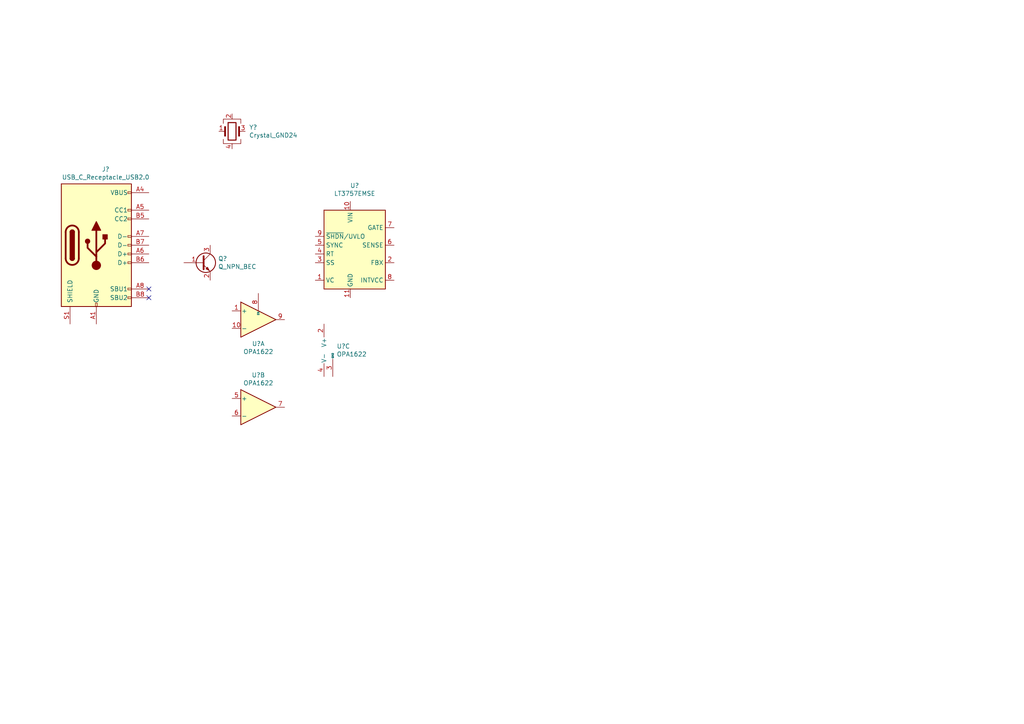
<source format=kicad_sch>
(kicad_sch (version 20211123) (generator eeschema)
  (paper "A4")
  (lib_symbols
    (symbol "Amplifier_Audio:OPA1622" (pin_names (offset 0.127))
      (property "Reference" "U" (at 3.81 6.35 0))
      (property "Value" "OPA1622" (at 3.81 3.81 0))
      (symbol "OPA1622_1_1"
        (polyline (pts (xy -5.08 5.08) (xy 5.08 0) (xy -5.08 -5.08) (xy -5.08 5.08) (xy -5.08 5.08)) (stroke (width 0.254)) (fill (type background)))
        (pin input line (at -7.62 2.54 0) (length 2.54) (name "+") (number "1"))
        (pin input line (at -7.62 -2.54 0) (length 2.54) (name "-") (number "10"))
        (pin input line (at 0 7.62 270) (length 5.08) (name "EN") (number "8"))
        (pin output line (at 7.62 0 180) (length 2.54) (name "~") (number "9"))
      )
      (symbol "OPA1622_2_1"
        (polyline (pts (xy -5.08 5.08) (xy 5.08 0) (xy -5.08 -5.08) (xy -5.08 5.08) (xy -5.08 5.08)) (stroke (width 0.254)) (fill (type background)))
        (pin input line (at -7.62 2.54 0) (length 2.54) (name "+") (number "5"))
        (pin input line (at -7.62 -2.54 0) (length 2.54) (name "-") (number "6"))
        (pin output line (at 7.62 0 180) (length 2.54) (name "~") (number "7"))
      )
      (symbol "OPA1622_3_1"
        (pin passive line (at -2.54 -7.62 90) (length 3.81) hide (name "V-") (number "11"))
        (pin power_in line (at -2.54 7.62 270) (length 3.81) (name "V+") (number "2"))
        (pin power_in line (at 0 -7.62 90) (length 5.08) (name "GND") (number "3"))
        (pin power_in line (at -2.54 -7.62 90) (length 3.81) (name "V-") (number "4"))
      )
    )
    (symbol "Connector:USB_C_Receptacle_USB2.0" (pin_names (offset 1.016))
      (property "Reference" "J" (at -10.16 19.05 0))
      (property "Value" "USB_C_Receptacle_USB2.0" (at 19.05 19.05 0))
      (symbol "USB_C_Receptacle_USB2.0_0_0"
        (rectangle (start -0.254 -17.78) (end 0.254 -16.764))
        (rectangle (start 10.16 -14.986) (end 9.144 -15.494))
        (rectangle (start 10.16 -12.446) (end 9.144 -12.954))
        (rectangle (start 10.16 -4.826) (end 9.144 -5.334))
        (rectangle (start 10.16 -2.286) (end 9.144 -2.794))
        (rectangle (start 10.16 0.254) (end 9.144 -0.254))
        (rectangle (start 10.16 2.794) (end 9.144 2.286))
        (rectangle (start 10.16 7.874) (end 9.144 7.366))
        (rectangle (start 10.16 10.414) (end 9.144 9.906))
        (rectangle (start 10.16 15.494) (end 9.144 14.986))
      )
      (symbol "USB_C_Receptacle_USB2.0_0_1"
        (rectangle (start -10.16 17.78) (end 10.16 -17.78) (stroke (width 0.254)) (fill (type background)))
        (arc (start -8.89 -3.81) (mid -6.985 -5.715) (end -5.08 -3.81) (stroke (width 0.508)))
        (arc (start -7.62 -3.81) (mid -6.985 -4.445) (end -6.35 -3.81) (stroke (width 0.254)))
        (arc (start -7.62 -3.81) (mid -6.985 -4.445) (end -6.35 -3.81) (stroke (width 0.254)) (fill (type outline)))
        (rectangle (start -7.62 -3.81) (end -6.35 3.81) (stroke (width 0.254)) (fill (type outline)))
        (arc (start -6.35 3.81) (mid -6.985 4.445) (end -7.62 3.81) (stroke (width 0.254)))
        (arc (start -6.35 3.81) (mid -6.985 4.445) (end -7.62 3.81) (stroke (width 0.254)) (fill (type outline)))
        (arc (start -5.08 3.81) (mid -6.985 5.715) (end -8.89 3.81) (stroke (width 0.508)))
        (circle (center -2.54 1.143) (radius 0.635) (stroke (width 0.254)) (fill (type outline)))
        (circle (center 0 -5.842) (radius 1.27) (fill (type outline)))
        (polyline (pts (xy -8.89 -3.81) (xy -8.89 3.81)) (stroke (width 0.508)))
        (polyline (pts (xy -5.08 3.81) (xy -5.08 -3.81)) (stroke (width 0.508)))
        (polyline (pts (xy 0 -5.842) (xy 0 4.318)) (stroke (width 0.508)))
        (polyline (pts (xy 0 -3.302) (xy -2.54 -0.762) (xy -2.54 0.508)) (stroke (width 0.508)))
        (polyline (pts (xy 0 -2.032) (xy 2.54 0.508) (xy 2.54 1.778)) (stroke (width 0.508)))
        (polyline (pts (xy -1.27 4.318) (xy 0 6.858) (xy 1.27 4.318) (xy -1.27 4.318)) (stroke (width 0.254)) (fill (type outline)))
        (rectangle (start 1.905 1.778) (end 3.175 3.048) (stroke (width 0.254)) (fill (type outline)))
      )
      (symbol "USB_C_Receptacle_USB2.0_1_1"
        (pin passive line (at 0 -22.86 90) (length 5.08) (name "GND") (number "A1"))
        (pin passive line (at 0 -22.86 90) (length 5.08) hide (name "GND") (number "A12"))
        (pin passive line (at 15.24 15.24 180) (length 5.08) (name "VBUS") (number "A4"))
        (pin bidirectional line (at 15.24 10.16 180) (length 5.08) (name "CC1") (number "A5"))
        (pin bidirectional line (at 15.24 -2.54 180) (length 5.08) (name "D+") (number "A6"))
        (pin bidirectional line (at 15.24 2.54 180) (length 5.08) (name "D-") (number "A7"))
        (pin bidirectional line (at 15.24 -12.7 180) (length 5.08) (name "SBU1") (number "A8"))
        (pin passive line (at 15.24 15.24 180) (length 5.08) hide (name "VBUS") (number "A9"))
        (pin passive line (at 0 -22.86 90) (length 5.08) hide (name "GND") (number "B1"))
        (pin passive line (at 0 -22.86 90) (length 5.08) hide (name "GND") (number "B12"))
        (pin passive line (at 15.24 15.24 180) (length 5.08) hide (name "VBUS") (number "B4"))
        (pin bidirectional line (at 15.24 7.62 180) (length 5.08) (name "CC2") (number "B5"))
        (pin bidirectional line (at 15.24 -5.08 180) (length 5.08) (name "D+") (number "B6"))
        (pin bidirectional line (at 15.24 0 180) (length 5.08) (name "D-") (number "B7"))
        (pin bidirectional line (at 15.24 -15.24 180) (length 5.08) (name "SBU2") (number "B8"))
        (pin passive line (at 15.24 15.24 180) (length 5.08) hide (name "VBUS") (number "B9"))
        (pin passive line (at -7.62 -22.86 90) (length 5.08) (name "SHIELD") (number "S1"))
      )
    )
    (symbol "Device:Crystal_GND24" (pin_names (offset 1.016) hide)
      (property "Reference" "Y" (at 3.175 5.08 0))
      (property "Value" "Crystal_GND24" (at 3.175 3.175 0))
      (symbol "Crystal_GND24_0_1"
        (rectangle (start -1.143 2.54) (end 1.143 -2.54) (stroke (width 0.3048)))
        (polyline (pts (xy -2.54 0) (xy -2.032 0)))
        (polyline (pts (xy -2.032 -1.27) (xy -2.032 1.27)) (stroke (width 0.508)))
        (polyline (pts (xy 0 -3.81) (xy 0 -3.556)))
        (polyline (pts (xy 0 3.556) (xy 0 3.81)))
        (polyline (pts (xy 2.032 -1.27) (xy 2.032 1.27)) (stroke (width 0.508)))
        (polyline (pts (xy 2.032 0) (xy 2.54 0)))
        (polyline (pts (xy -2.54 -2.286) (xy -2.54 -3.556) (xy 2.54 -3.556) (xy 2.54 -2.286)))
        (polyline (pts (xy -2.54 2.286) (xy -2.54 3.556) (xy 2.54 3.556) (xy 2.54 2.286)))
      )
      (symbol "Crystal_GND24_1_1"
        (pin passive line (at -3.81 0 0) (length 1.27) (name "1") (number "1"))
        (pin passive line (at 0 5.08 270) (length 1.27) (name "2") (number "2"))
        (pin passive line (at 3.81 0 180) (length 1.27) (name "3") (number "3"))
        (pin passive line (at 0 -5.08 90) (length 1.27) (name "4") (number "4"))
      )
    )
    (symbol "Device:Q_NPN_BEC" (pin_names (offset 0) hide)
      (property "Reference" "Q" (at 5.08 1.27 0))
      (property "Value" "Q_NPN_BEC" (at 5.08 -1.27 0))
      (symbol "Q_NPN_BEC_0_1"
        (polyline (pts (xy 0.635 0.635) (xy 2.54 2.54)))
        (polyline (pts (xy 0.635 -0.635) (xy 2.54 -2.54) (xy 2.54 -2.54)))
        (polyline (pts (xy 0.635 1.905) (xy 0.635 -1.905) (xy 0.635 -1.905)) (stroke (width 0.508)))
        (polyline (pts (xy 1.27 -1.778) (xy 1.778 -1.27) (xy 2.286 -2.286) (xy 1.27 -1.778) (xy 1.27 -1.778)) (fill (type outline)))
        (circle (center 1.27 0) (radius 2.8194) (stroke (width 0.254)))
      )
      (symbol "Q_NPN_BEC_1_1"
        (pin input line (at -5.08 0 0) (length 5.715) (name "B") (number "1"))
        (pin passive line (at 2.54 -5.08 90) (length 2.54) (name "E") (number "2"))
        (pin passive line (at 2.54 5.08 270) (length 2.54) (name "C") (number "3"))
      )
    )
    (symbol "Regulator_Switching:LT3757EMSE"
      (property "Reference" "U" (at -6.35 11.43 0))
      (property "Value" "LT3757EMSE" (at 1.27 11.43 0))
      (symbol "LT3757EMSE_0_1"
        (rectangle (start -7.62 10.16) (end 10.16 -12.7) (stroke (width 0.254)) (fill (type background)))
      )
      (symbol "LT3757EMSE_1_1"
        (pin input line (at -10.16 -10.16 0) (length 2.54) (name "VC") (number "1"))
        (pin power_in line (at 0 12.7 270) (length 2.54) (name "VIN") (number "10"))
        (pin power_in line (at 0 -15.24 90) (length 2.54) (name "GND") (number "11"))
        (pin input line (at 12.7 -5.08 180) (length 2.54) (name "FBX") (number "2"))
        (pin input line (at -10.16 -5.08 0) (length 2.54) (name "SS") (number "3"))
        (pin input line (at -10.16 -2.54 0) (length 2.54) (name "RT") (number "4"))
        (pin input line (at -10.16 0 0) (length 2.54) (name "SYNC") (number "5"))
        (pin input line (at 12.7 0 180) (length 2.54) (name "SENSE") (number "6"))
        (pin output line (at 12.7 5.08 180) (length 2.54) (name "GATE") (number "7"))
        (pin output line (at 12.7 -10.16 180) (length 2.54) (name "INTVCC") (number "8"))
        (pin input line (at -10.16 2.54 0) (length 2.54) (name "~{SHDN}/UVLO") (number "9"))
      )
    )
  )
  (no_connect (at 43.18 86.36))
  (no_connect (at 43.18 83.82))
  (symbol (lib_id "Regulator_Switching:LT3757EMSE") (at 101.6 71.12 0) (unit 1)
    (property "Reference" "U?" (at 102.87 53.8226 0))
    (property "Value" "LT3757EMSE" (at 102.87 56.134 0))
    (property "Footprint" "Package_SO:MSOP-10-1EP_3x3mm_P0.5mm_EP1.68x1.88mm" (effects hide))
    (property "Datasheet" "https://www.analog.com/media/en/technical-documentation/data-sheets/3757Afe.pdf" (effects hide))
  )
  (symbol (lib_id "Connector:USB_C_Receptacle_USB2.0") (at 27.94 71.12 0) (unit 1)
    (property "Reference" "J?" (at 30.6578 49.0982 0))
    (property "Value" "USB_C_Receptacle_USB2.0" (at 30.6578 51.4096 0))
    (property "Footprint" "Connector_USB:USB_C_Receptacle_Amphenol_12401610E4-2A" (effects hide))
    (property "Datasheet" "https://www.usb.org/sites/default/files/documents/usb_type-c.zip" (effects hide))
  )
  (symbol (lib_id "Device:Crystal_GND24") (at 67.31 38.1 0) (unit 1)
    (property "Reference" "Y?" (at 72.2376 36.9316 0) (effects (justify left)))
    (property "Value" "Crystal_GND24" (at 72.2376 39.243 0) (effects (justify left)))
    (property "Footprint" "Crystal:Crystal_SMD_Abracon_ABM10-4Pin_2.5x2.0mm" (effects hide))
  )
  (symbol (lib_id "Amplifier_Audio:OPA1622") (at 74.93 92.71 0) (unit 1)
    (property "Reference" "U?" (at 74.93 99.695 0))
    (property "Value" "OPA1622" (at 74.93 102.0064 0))
    (property "Footprint" "Package_SON:Texas_S-PVSON-N10" (effects hide))
    (property "Datasheet" "http://www.ti.com/lit/ds/symlink/opa1622.pdf" (effects hide))
  )
  (symbol (lib_id "Amplifier_Audio:OPA1622") (at 74.93 118.11 0) (unit 2)
    (property "Reference" "U?" (at 74.93 108.7882 0))
    (property "Value" "OPA1622" (at 74.93 111.0996 0))
    (property "Footprint" "Package_SON:Texas_S-PVSON-N10" (effects hide))
    (property "Datasheet" "http://www.ti.com/lit/ds/symlink/opa1622.pdf" (effects hide))
  )
  (symbol (lib_id "Amplifier_Audio:OPA1622") (at 96.52 101.6 0) (unit 3)
    (property "Reference" "U?" (at 97.6376 100.4316 0) (effects (justify left)))
    (property "Value" "OPA1622" (at 97.6376 102.743 0) (effects (justify left)))
    (property "Footprint" "Package_SON:Texas_S-PVSON-N10" (effects hide))
    (property "Datasheet" "http://www.ti.com/lit/ds/symlink/opa1622.pdf" (effects hide))
  )
  (symbol (lib_id "Device:Q_NPN_BEC") (at 58.42 76.2 0) (unit 1)
    (property "Reference" "Q?" (at 63.2714 75.0316 0) (effects (justify left)))
    (property "Value" "Q_NPN_BEC" (at 63.2714 77.343 0) (effects (justify left)))
  )
)
</source>
